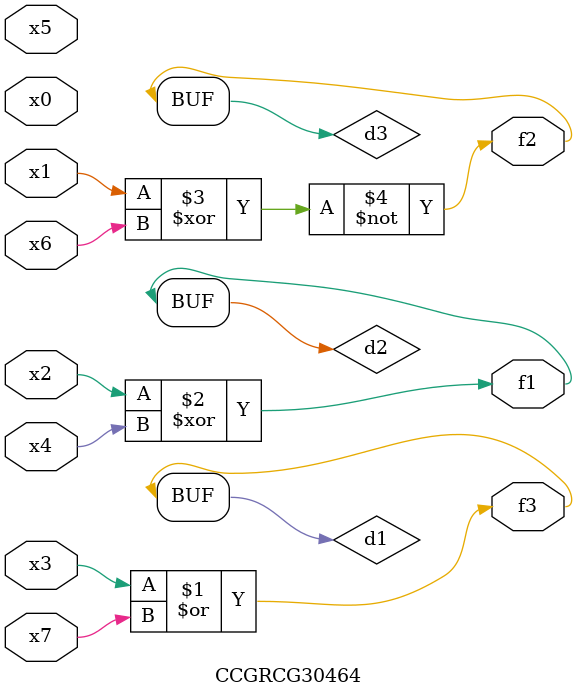
<source format=v>
module CCGRCG30464(
	input x0, x1, x2, x3, x4, x5, x6, x7,
	output f1, f2, f3
);

	wire d1, d2, d3;

	or (d1, x3, x7);
	xor (d2, x2, x4);
	xnor (d3, x1, x6);
	assign f1 = d2;
	assign f2 = d3;
	assign f3 = d1;
endmodule

</source>
